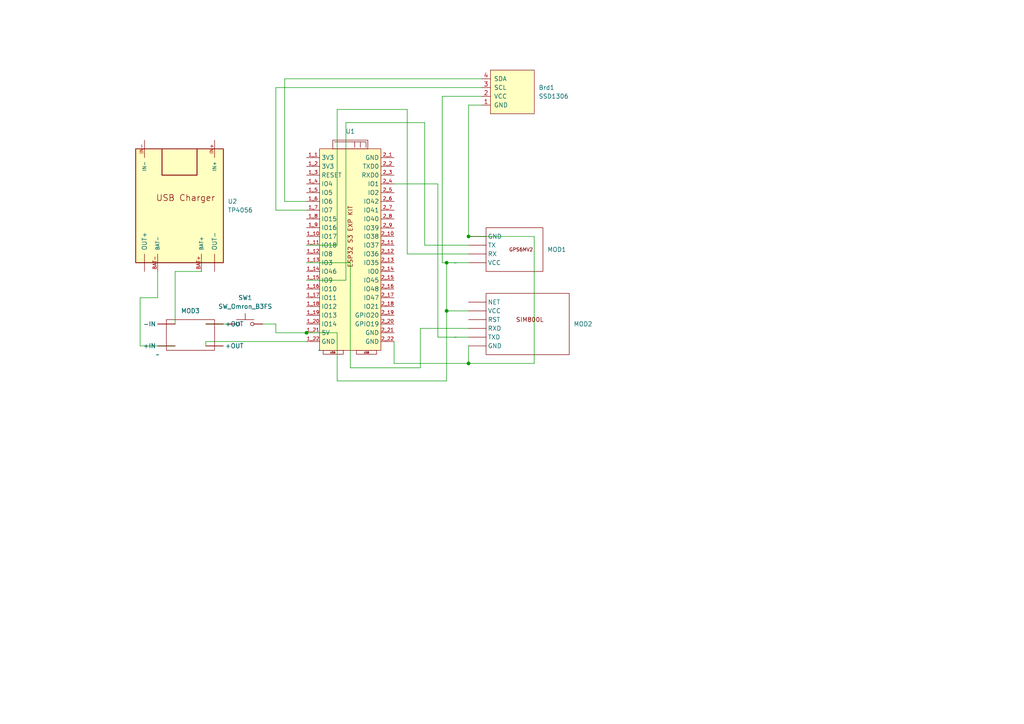
<source format=kicad_sch>
(kicad_sch (version 20230121) (generator eeschema)
  (paper "A4")
  (lib_symbols
    (symbol "Oled:SSD1306" (pin_names (offset 1.016))
      (property "Reference" "Brd" (at 0 -3.81 0))
      (property "Value" "SSD1306" (at 0 -1.27 0))
      (symbol "SSD1306_0_1"
        (rectangle (start -6.35 6.35) (end 6.35 -6.35) (fill (type background)))
      )
      (symbol "SSD1306_1_1"
        (pin input line (at -3.81 8.89 270) (length 2.54) (name "GND") (number "1"))
        (pin input line (at -1.27 8.89 270) (length 2.54) (name "VCC") (number "2"))
        (pin input line (at 1.27 8.89 270) (length 2.54) (name "SCL") (number "3"))
        (pin input line (at 3.81 8.89 270) (length 2.54) (name "SDA") (number "4"))
      )
    )
    (symbol "Switch:SW_Omron_B3FS" (pin_numbers hide) (pin_names (offset 1.016) hide)
      (property "Reference" "SW" (at 1.27 2.54 0))
      (property "Value" "SW_Omron_B3FS" (at 0 -1.524 0))
      (symbol "SW_Omron_B3FS_0_1"
        (circle (center -2.032 0) (radius 0.508))
        (polyline (pts (xy 0 1.27) (xy 0 3.048)))
        (polyline (pts (xy 2.54 1.27) (xy -2.54 1.27)))
        (circle (center 2.032 0) (radius 0.508))
        (pin passive line (at -5.08 0 0) (length 2.54) (name "1") (number "1"))
        (pin passive line (at 5.08 0 180) (length 2.54) (name "2") (number "2"))
      )
    )
    (symbol "charging module:TP4056" (pin_names (offset 1.016))
      (property "Reference" "U" (at 0 0 0))
      (property "Value" "TP4056" (at 0 0 0))
      (symbol "TP4056_0_0"
        (rectangle (start -12.7 -15.24) (end 12.7 17.78) (stroke (width 0.254)) (fill (type background)))
        (polyline (pts (xy -5.08 10.16) (xy 5.08 10.16)) (stroke (width 0.254)))
        (polyline (pts (xy -5.08 17.78) (xy -5.08 10.16)) (stroke (width 0.254)))
        (polyline (pts (xy 5.08 10.16) (xy 5.08 17.78)) (stroke (width 0.254)))
        (text "USB Charger" (at -6.858 2.54 0) (effects (font (size 1.778 1.778)) (justify left bottom)))
        (pin bidirectional line (at 6.35 -17.78 90) (length 5.08) (name "BAT+") (number "BAT+"))
        (pin bidirectional line (at -6.35 -17.78 90) (length 5.08) (name "BAT-") (number "BAT-"))
        (pin bidirectional line (at 10.16 20.32 270) (length 5.08) (name "IN+") (number "IN+"))
        (pin bidirectional line (at -10.16 20.32 270) (length 5.08) (name "IN-") (number "IN-"))
      )
      (symbol "TP4056_1_1"
        (pin input line (at -10.16 -17.78 90) (length 5.08) (name "OUT+") (number ""))
        (pin input line (at 10.16 -17.78 90) (length 5.08) (name "OUT-") (number ""))
      )
    )
    (symbol "esp 32 s3:ESP32S3-BRD"
      (property "Reference" "U" (at 1.905 59.69 0))
      (symbol "ESP32S3-BRD_1_1"
        (polyline (pts (xy 10.16 60.452) (xy 10.16 58.801)))
        (polyline (pts (xy 11.811 60.452) (xy 11.811 58.801)))
        (polyline (pts (xy 4.318 60.452) (xy 13.462 60.452) (xy 13.462 58.801)))
        (polyline (pts (xy 0 58.42) (xy 17.78 58.42) (xy 17.78 0) (xy 0 0) (xy 0 58.42)) (fill (type background)))
        (rectangle (start 1.016 0) (end 6.858 -1.143))
        (rectangle (start 3.81 60.96) (end 13.97 58.42))
        (rectangle (start 10.668 0) (end 16.51 -1.143))
        (text "ESP32 S3 EXP KIT\n" (at 8.89 33.02 900) (effects (font (size 1.27 1.27))))
        (text "USB" (at 3.81 -0.635 0) (effects (font (size 0.5 0.5))))
        (text "USB" (at 13.589 -0.635 0) (effects (font (size 0.5 0.5))))
        (pin power_out line (at -3.81 55.88 0) (length 3.81) (name "3V3") (number "1_1"))
        (pin input line (at -3.81 33.02 0) (length 3.81) (name "IO17") (number "1_10"))
        (pin input line (at -3.81 30.48 0) (length 3.81) (name "IO18") (number "1_11"))
        (pin input line (at -3.81 27.94 0) (length 3.81) (name "IO8") (number "1_12"))
        (pin input line (at -3.81 25.4 0) (length 3.81) (name "IO3") (number "1_13"))
        (pin input line (at -3.81 22.86 0) (length 3.81) (name "IO46") (number "1_14"))
        (pin input line (at -3.81 20.32 0) (length 3.81) (name "IO9") (number "1_15"))
        (pin input line (at -3.81 17.78 0) (length 3.81) (name "IO10") (number "1_16"))
        (pin input line (at -3.81 15.24 0) (length 3.81) (name "IO11") (number "1_17"))
        (pin input line (at -3.81 12.7 0) (length 3.81) (name "IO12") (number "1_18"))
        (pin input line (at -3.81 10.16 0) (length 3.81) (name "IO13") (number "1_19"))
        (pin power_out line (at -3.81 53.34 0) (length 3.81) (name "3V3") (number "1_2"))
        (pin input line (at -3.81 7.62 0) (length 3.81) (name "IO14") (number "1_20"))
        (pin power_in line (at -3.81 5.08 0) (length 3.81) (name "5V") (number "1_21"))
        (pin input line (at -3.81 2.54 0) (length 3.81) (name "GND") (number "1_22"))
        (pin input line (at -3.81 50.8 0) (length 3.81) (name "RESET") (number "1_3"))
        (pin input line (at -3.81 48.26 0) (length 3.81) (name "IO4") (number "1_4"))
        (pin input line (at -3.81 45.72 0) (length 3.81) (name "IO5") (number "1_5"))
        (pin input line (at -3.81 43.18 0) (length 3.81) (name "IO6") (number "1_6"))
        (pin input line (at -3.81 40.64 0) (length 3.81) (name "IO7") (number "1_7"))
        (pin input line (at -3.81 38.1 0) (length 3.81) (name "IO15") (number "1_8"))
        (pin input line (at -3.81 35.56 0) (length 3.81) (name "IO16") (number "1_9"))
        (pin input line (at 21.59 55.88 180) (length 3.81) (name "GND") (number "2_1"))
        (pin input line (at 21.59 33.02 180) (length 3.81) (name "IO38") (number "2_10"))
        (pin input line (at 21.59 30.48 180) (length 3.81) (name "IO37") (number "2_11"))
        (pin input line (at 21.59 27.94 180) (length 3.81) (name "IO36") (number "2_12"))
        (pin input line (at 21.59 25.4 180) (length 3.81) (name "IO35") (number "2_13"))
        (pin input line (at 21.59 22.86 180) (length 3.81) (name "IO0") (number "2_14"))
        (pin input line (at 21.59 20.32 180) (length 3.81) (name "IO45") (number "2_15"))
        (pin input line (at 21.59 17.78 180) (length 3.81) (name "IO48") (number "2_16"))
        (pin input line (at 21.59 15.24 180) (length 3.81) (name "IO47") (number "2_17"))
        (pin input line (at 21.59 12.7 180) (length 3.81) (name "IO21") (number "2_18"))
        (pin input line (at 21.59 10.16 180) (length 3.81) (name "GPIO20") (number "2_19"))
        (pin input line (at 21.59 53.34 180) (length 3.81) (name "TXD0") (number "2_2"))
        (pin input line (at 21.59 7.62 180) (length 3.81) (name "GPIO19") (number "2_20"))
        (pin input line (at 21.59 5.08 180) (length 3.81) (name "GND") (number "2_21"))
        (pin input line (at 21.59 2.54 180) (length 3.81) (name "GND") (number "2_22"))
        (pin input line (at 21.59 50.8 180) (length 3.81) (name "RXD0") (number "2_3"))
        (pin input line (at 21.59 48.26 180) (length 3.81) (name "IO1") (number "2_4"))
        (pin input line (at 21.59 45.72 180) (length 3.81) (name "IO2") (number "2_5"))
        (pin input line (at 21.59 43.18 180) (length 3.81) (name "IO42") (number "2_6"))
        (pin input line (at 21.59 40.64 180) (length 3.81) (name "IO41") (number "2_7"))
        (pin input line (at 21.59 38.1 180) (length 3.81) (name "IO40") (number "2_8"))
        (pin input line (at 21.59 35.4717 180) (length 3.81) (name "IO39") (number "2_9"))
      )
    )
    (symbol "pet tracker:BOOST_CONVERTER"
      (property "Reference" "MOD" (at 0 0 0))
      (symbol "BOOST_CONVERTER_0_1"
        (rectangle (start 2.54 10.16) (end 16.51 1.27))
      )
      (symbol "BOOST_CONVERTER_1_1"
        (pin input line (at 5.08 2.54 180) (length 5.08) (name "+IN") (number ""))
        (pin output line (at 13.97 2.54 0) (length 5.08) (name "+OUT") (number ""))
        (pin output line (at 13.97 8.89 0) (length 5.08) (name "+OUT") (number ""))
        (pin input line (at 5.08 8.89 180) (length 5.08) (name "-IN") (number ""))
      )
    )
    (symbol "pet tracker:GPS6MV2"
      (property "Reference" "MOD" (at 0 0 0))
      (symbol "GPS6MV2_0_1"
        (rectangle (start 15.24 12.7) (end 31.75 0))
      )
      (symbol "GPS6MV2_1_1"
        (text "GPS6MV2" (at 25.4 6.35 0) (effects (font (size 1 1))))
        (pin power_in line (at 10.16 10.16 0) (length 5.08) (name "GND") (number ""))
        (pin output line (at 10.16 5.08 0) (length 5.08) (name "RX") (number ""))
        (pin input line (at 10.16 7.62 0) (length 5.08) (name "TX") (number ""))
        (pin power_in line (at 10.16 2.54 0) (length 5.08) (name "VCC") (number ""))
      )
    )
    (symbol "pet tracker:SIM800L"
      (property "Reference" "MOD" (at 0 0 0))
      (symbol "SIM800L_0_1"
        (rectangle (start 8.89 12.7) (end 33.02 -5.08))
      )
      (symbol "SIM800L_1_1"
        (text "SIM800L" (at 21.59 5.08 0) (effects (font (size 1.27 1.27))))
        (pin input line (at 3.81 -2.54 0) (length 5.08) (name "GND") (number ""))
        (pin input line (at 3.81 10.16 0) (length 5.08) (name "NET") (number ""))
        (pin input line (at 3.81 5.08 0) (length 5.08) (name "RST") (number ""))
        (pin input line (at 3.81 2.54 0) (length 5.08) (name "RXD") (number ""))
        (pin input line (at 3.81 0 0) (length 5.08) (name "TXD") (number ""))
        (pin input line (at 3.81 7.62 0) (length 5.08) (name "VCC") (number ""))
      )
    )
  )
  (junction (at 135.89 68.58))
  (junction (at 129.54 76.2))
  (junction (at 88.9 96.52))
  (junction (at 135.89 105.41))
  (junction (at 129.54 90.17))
  (wire (pts (xy 135.89 30.48) (xy 135.89 68.58)))
  (wire (pts (xy 121.92 95.25) (xy 121.92 106.68)))
  (wire (pts (xy 82.55 22.86) (xy 82.55 58.42)))
  (wire (pts (xy 118.11 73.66) (xy 118.11 31.75)))
  (wire (pts (xy 50.8 78.74) (xy 50.8 93.98)))
  (wire (pts (xy 129.54 110.49) (xy 97.79 110.49)))
  (wire (pts (xy 123.19 71.12) (xy 123.19 35.56)))
  (wire (pts (xy 129.54 76.2) (xy 135.89 76.2)))
  (wire (pts (xy 128.27 76.2) (xy 129.54 76.2)))
  (wire (pts (xy 139.7 27.94) (xy 128.27 27.94)))
  (wire (pts (xy 59.69 93.98) (xy 66.04 93.98)))
  (wire (pts (xy 154.94 105.41) (xy 154.94 68.58)))
  (wire (pts (xy 59.69 99.06) (xy 59.69 100.33)))
  (wire (pts (xy 97.79 31.75) (xy 97.79 71.12)))
  (wire (pts (xy 97.79 71.12) (xy 88.9 71.12)))
  (wire (pts (xy 139.7 25.4) (xy 80.01 25.4)))
  (wire (pts (xy 135.89 71.12) (xy 123.19 71.12)))
  (wire (pts (xy 139.7 30.48) (xy 135.89 30.48)))
  (wire (pts (xy 88.9 96.52) (xy 97.79 96.52)))
  (wire (pts (xy 135.89 105.41) (xy 154.94 105.41)))
  (wire (pts (xy 129.54 90.17) (xy 129.54 76.2)))
  (wire (pts (xy 118.11 31.75) (xy 97.79 31.75)))
  (wire (pts (xy 135.89 68.58) (xy 154.94 68.58)))
  (wire (pts (xy 88.9 99.06) (xy 59.69 99.06)))
  (wire (pts (xy 58.42 78.74) (xy 50.8 78.74)))
  (wire (pts (xy 40.64 100.33) (xy 50.8 100.33)))
  (wire (pts (xy 100.33 35.56) (xy 100.33 81.28)))
  (wire (pts (xy 127 97.79) (xy 127 53.34)))
  (wire (pts (xy 135.89 90.17) (xy 129.54 90.17)))
  (wire (pts (xy 101.6 106.68) (xy 101.6 76.2)))
  (wire (pts (xy 121.92 106.68) (xy 101.6 106.68)))
  (wire (pts (xy 135.89 95.25) (xy 121.92 95.25)))
  (wire (pts (xy 80.01 96.52) (xy 88.9 96.52)))
  (wire (pts (xy 135.89 100.33) (xy 135.89 105.41)))
  (wire (pts (xy 80.01 25.4) (xy 80.01 60.96)))
  (wire (pts (xy 127 53.34) (xy 114.3 53.34)))
  (wire (pts (xy 76.2 93.98) (xy 80.01 93.98)))
  (wire (pts (xy 128.27 27.94) (xy 128.27 76.2)))
  (wire (pts (xy 45.72 86.36) (xy 45.72 78.74)))
  (wire (pts (xy 101.6 76.2) (xy 88.9 76.2)))
  (wire (pts (xy 123.19 35.56) (xy 100.33 35.56)))
  (wire (pts (xy 40.64 86.36) (xy 45.72 86.36)))
  (wire (pts (xy 135.89 97.79) (xy 127 97.79)))
  (wire (pts (xy 82.55 58.42) (xy 88.9 58.42)))
  (wire (pts (xy 135.89 73.66) (xy 118.11 73.66)))
  (wire (pts (xy 40.64 100.33) (xy 40.64 86.36)))
  (wire (pts (xy 139.7 22.86) (xy 82.55 22.86)))
  (wire (pts (xy 114.3 105.41) (xy 114.3 99.06)))
  (wire (pts (xy 80.01 93.98) (xy 80.01 96.52)))
  (wire (pts (xy 135.89 105.41) (xy 114.3 105.41)))
  (wire (pts (xy 129.54 90.17) (xy 129.54 110.49)))
  (wire (pts (xy 100.33 81.28) (xy 88.9 81.28)))
  (wire (pts (xy 80.01 60.96) (xy 88.9 60.96)))
  (wire (pts (xy 97.79 110.49) (xy 97.79 96.52)))
  (symbol (lib_id "esp 32 s3:ESP32S3-BRD") (at 92.71 101.6 0) (unit 1)
    (property "Reference" "U1" (at 101.6 38.1 0))
    (property "Value" "~" (at 92.71 101.6 0))
  )
  (symbol (lib_id "pet tracker:GPS6MV2") (at 125.73 78.74 0) (unit 1)
    (property "Reference" "MOD1" (at 158.75 72.39 0) (effects (justify left)))
    (property "Value" "~" (at 132.08 76.2 0))
  )
  (symbol (lib_id "Oled:SSD1306") (at 148.59 26.67 90) (unit 1)
    (property "Reference" "Brd1" (at 156.21 25.4 90) (effects (justify right)))
    (property "Value" "SSD1306" (at 156.21 27.94 90) (effects (justify right)))
  )
  (symbol (lib_id "pet tracker:SIM800L") (at 132.08 97.79 0) (unit 1)
    (property "Reference" "MOD2" (at 166.37 93.98 0) (effects (justify left)))
    (property "Value" "~" (at 132.08 97.79 0))
  )
  (symbol (lib_id "pet tracker:BOOST_CONVERTER") (at 45.72 102.87 0) (unit 1)
    (property "Reference" "MOD3" (at 55.245 90.17 0))
    (property "Value" "~" (at 45.72 102.87 0))
  )
  (symbol (lib_id "charging module:TP4056") (at 52.07 60.96 0) (unit 1)
    (property "Reference" "U2" (at 66.04 58.42 0) (effects (justify left)))
    (property "Value" "TP4056" (at 66.04 60.96 0) (effects (justify left)))
    (property "Footprint" "TP4056" (effects hide))
    (property "MF" "Texas Instruments" (effects hide))
    (property "Description" "\nCharger Li-Ion Article 1A protection, module with IO TP4056 (micro USB)\n" (effects hide))
    (property "Package" "None" (effects hide))
    (property "Price" "None" (effects hide))
    (property "SnapEDA_Link" "https://www.snapeda.com/parts/TP4056/Texas+Instruments/view-part/?ref=snap" (effects hide))
    (property "MP" "TP4056" (effects hide))
    (property "Availability" "Not in stock" (effects hide))
    (property "Check_prices" "https://www.snapeda.com/parts/TP4056/Texas+Instruments/view-part/?ref=eda" (effects hide))
  )
  (symbol (lib_id "Switch:SW_Omron_B3FS") (at 71.12 93.98 0) (unit 1)
    (property "Reference" "SW1" (at 71.12 86.36 0))
    (property "Value" "SW_Omron_B3FS" (at 71.12 88.9 0))
    (property "Datasheet" "https://omronfs.omron.com/en_US/ecb/products/pdf/en-b3fs.pdf" (effects hide))
  )
)
</source>
